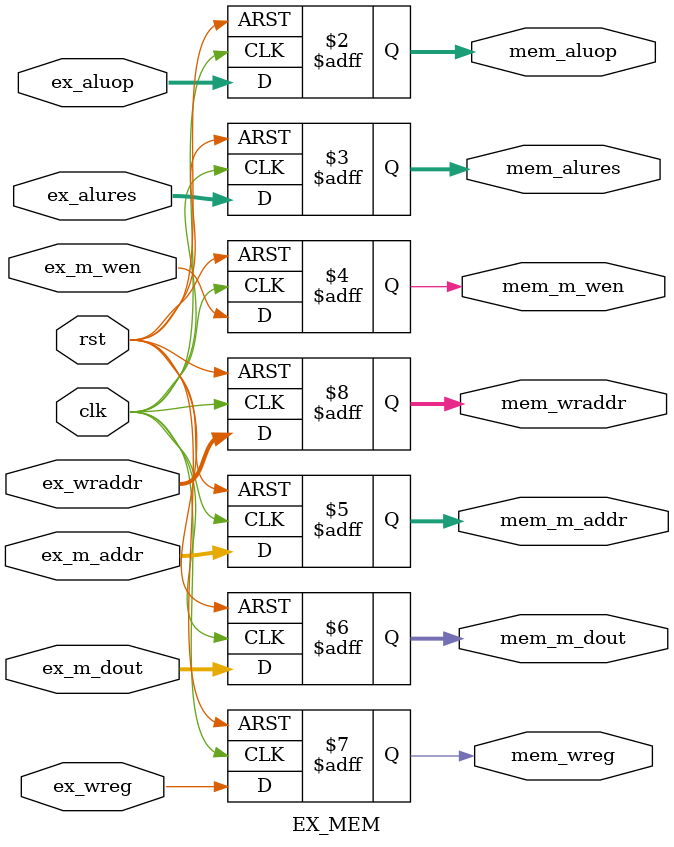
<source format=v>
module EX_MEM
(
    input  wire            clk,
    input  wire            rst,

    input  wire [ 3: 0] ex_aluop, 
    input  wire [31: 0] ex_alures,
    input  wire         ex_m_wen,
    input  wire [31: 0] ex_m_addr,
    input  wire [31: 0] ex_m_dout,
    input  wire         ex_wreg,
    input  wire [ 4: 0] ex_wraddr,
    
    output reg  [ 3: 0] mem_aluop, 
    output reg  [31: 0] mem_alures,
    output reg          mem_m_wen,      // write mem enable signal, to MEM seg
    output reg  [31: 0] mem_m_addr,
    output reg  [31: 0] mem_m_dout,
    output reg          mem_wreg,
    output reg  [ 4: 0] mem_wraddr
);

    always @(posedge clk, posedge rst) begin
        if(rst) begin
            mem_aluop   <= 4'h0;
            mem_alures  <= 32'b0;
            mem_m_wen   <= 1'b0;
            mem_m_addr  <= 32'b0;
            mem_m_dout  <= 32'b0;
            mem_wreg    <= 1'b0;
            mem_wraddr  <= 5'b0;
        end
        else begin
            mem_aluop   <= ex_aluop;
            mem_alures  <= ex_alures;
            mem_m_wen   <= ex_m_wen;
            mem_m_addr  <= ex_m_addr;
            mem_m_dout  <= ex_m_dout;
            mem_wreg    <= ex_wreg;
            mem_wraddr  <= ex_wraddr;
        end
    end

endmodule
</source>
